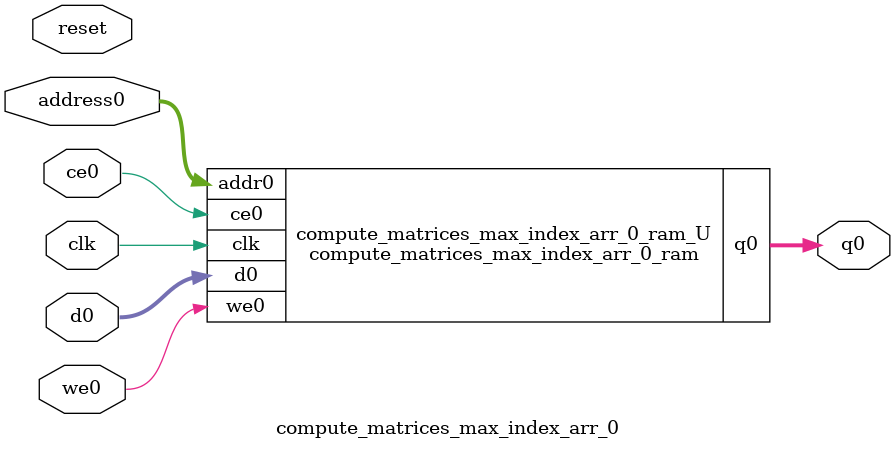
<source format=v>
`timescale 1 ns / 1 ps
module compute_matrices_max_index_arr_0_ram (addr0, ce0, d0, we0, q0,  clk);

parameter DWIDTH = 22;
parameter AWIDTH = 2;
parameter MEM_SIZE = 4;

input[AWIDTH-1:0] addr0;
input ce0;
input[DWIDTH-1:0] d0;
input we0;
output reg[DWIDTH-1:0] q0;
input clk;

(* ram_style = "block" *)reg [DWIDTH-1:0] ram[0:MEM_SIZE-1];




always @(posedge clk)  
begin 
    if (ce0) begin
        if (we0) 
            ram[addr0] <= d0; 
        q0 <= ram[addr0];
    end
end


endmodule

`timescale 1 ns / 1 ps
module compute_matrices_max_index_arr_0(
    reset,
    clk,
    address0,
    ce0,
    we0,
    d0,
    q0);

parameter DataWidth = 32'd22;
parameter AddressRange = 32'd4;
parameter AddressWidth = 32'd2;
input reset;
input clk;
input[AddressWidth - 1:0] address0;
input ce0;
input we0;
input[DataWidth - 1:0] d0;
output[DataWidth - 1:0] q0;



compute_matrices_max_index_arr_0_ram compute_matrices_max_index_arr_0_ram_U(
    .clk( clk ),
    .addr0( address0 ),
    .ce0( ce0 ),
    .we0( we0 ),
    .d0( d0 ),
    .q0( q0 ));

endmodule


</source>
